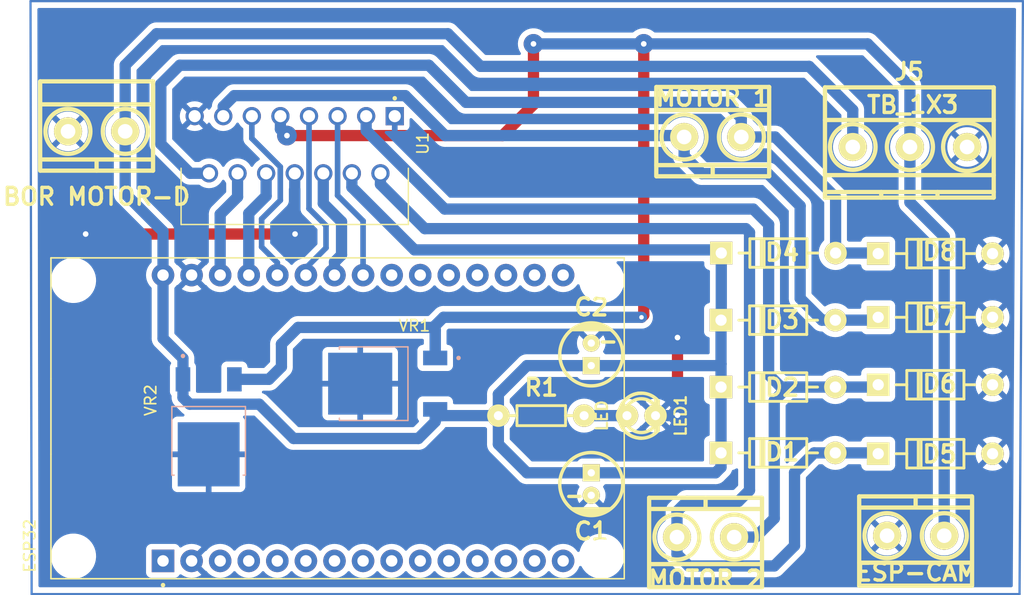
<source format=kicad_pcb>
(kicad_pcb (version 20211014) (generator pcbnew)
  (layers (0 "F.Cu" signal) (31 "B.Cu" signal) (34 "B.Paste" user) (35 "F.Paste" user) (36 "B.SilkS" user "B.Silkscreen") (37 "F.SilkS" user "F.Silkscreen") (38 "B.Mask" user) (39 "F.Mask" user) (44 "Edge.Cuts" user))
  (net 0 "")
  (net 1 "GND")
  (net 2 "VSS")
  (net 3 "Net-(D1-Pad1)")
  (net 4 "Net-(D2-Pad1)")
  (net 5 "Net-(D3-Pad1)")
  (net 6 "Net-(D4-Pad1)")
  (net 7 "/IN1")
  (net 8 "/EnA")
  (net 9 "/IN2")
  (net 10 "/EnB")
  (net 11 "/IN3")
  (net 12 "/IN4")
  (net 13 "+5V")
  (net 14 "Net-(LED1-Pad1)")
  (footprint "EESTN5:CAP_ELEC_5x11mm" (layer "F.Cu") (at 106.09 76.779 180)
    (fp_text reference "C1" (at 0 -4.2) (layer "F.SilkS") (effects (font (size 1.524 1.524) (thickness 0.3048))))
    (fp_text value "CAPAPOL" hide)
    (fp_line (start -0.8 -2.6) (end 0.8 -2.6) (layer "F.SilkS") (width 0.3048))
    (fp_line (start -1.7 -2.2) (end 1.7 -2.2) (layer "F.SilkS") (width 0.3048))
    (fp_line (start -1.3 -2.4) (end 1.3 -2.4) (layer "F.SilkS") (width 0.3048))
    (fp_line (start 1 -1.1) (end 2 -1.1) (layer "F.SilkS") (width 0.3))
    (fp_circle (center 0 0) (end 2.8 0) (layer "F.SilkS") (width 0.3048) (fill none))
    (pad "1" thru_hole rect locked (at 0 1 180) (size 1.524 1.524) (drill 0.65) (layers *.Cu *.Mask "F.SilkS") (net 2 "VSS"))
    (pad "2" thru_hole circle locked (at 0 -1 180) (size 1.524 1.524) (drill 0.65) (layers *.Cu *.Mask "F.SilkS") (net 1 "GND"))
  )
  (footprint "EESTN5:CAP_ELEC_5x11mm" (layer "F.Cu") (at 106.09 65.254)
    (fp_text reference "C2" (at 0 -4.2) (layer "F.SilkS") (effects (font (size 1.524 1.524) (thickness 0.3048))))
    (fp_text value "CAPAPOL" hide)
    (fp_line (start -1.7 -2.2) (end 1.7 -2.2) (layer "F.SilkS") (width 0.3048))
    (fp_line (start -0.8 -2.6) (end 0.8 -2.6) (layer "F.SilkS") (width 0.3048))
    (fp_line (start 1 -1.1) (end 2 -1.1) (layer "F.SilkS") (width 0.3))
    (fp_line (start -1.3 -2.4) (end 1.3 -2.4) (layer "F.SilkS") (width 0.3048))
    (fp_circle (center 0 0) (end 2.8 0) (layer "F.SilkS") (width 0.3048) (fill none))
    (pad "1" thru_hole rect locked (at 0 1) (size 1.524 1.524) (drill 0.65) (layers *.Cu *.Mask "F.SilkS") (net 2 "VSS"))
    (pad "2" thru_hole circle locked (at 0 -1) (size 1.524 1.524) (drill 0.65) (layers *.Cu *.Mask "F.SilkS") (net 1 "GND"))
  )
  (footprint "EESTN5:DO-41" (layer "F.Cu") (at 122.70287 74.00862 180)
    (fp_text reference "D1" (at -0.35588 0.06682) (layer "F.SilkS") (effects (font (size 1.524 1.524) (thickness 0.3048))))
    (fp_text value "DIODE" hide)
    (fp_line (start -2.54 -1.27) (end -2.54 1.27) (layer "F.SilkS") (width 0.254))
    (fp_line (start 1.524 1.27) (end 1.524 -1.27) (layer "F.SilkS") (width 0.254))
    (fp_line (start 2.54 -1.27) (end 2.54 1.27) (layer "F.SilkS") (width 0.254))
    (fp_line (start 1.27 -1.27) (end 1.27 1.27) (layer "F.SilkS") (width 0.254))
    (fp_line (start -2.54 0) (end -3.5 0) (layer "F.SilkS") (width 0.254))
    (fp_line (start 2.54 1.27) (end -2.54 1.27) (layer "F.SilkS") (width 0.254))
    (fp_line (start -2.54 -1.27) (end 2.54 -1.27) (layer "F.SilkS") (width 0.254))
    (fp_line (start 3.5 0) (end 2.54 0) (layer "F.SilkS") (width 0.254))
    (pad "1" thru_hole circle locked (at -5.08 0 180) (size 1.99898 1.99898) (drill 1.00076) (layers *.Cu *.Mask "F.SilkS") (net 3 "Net-(D1-Pad1)"))
    (pad "2" thru_hole rect locked (at 5.08 0 180) (size 1.99898 1.99898) (drill 1.00076) (layers *.Cu *.Mask "F.SilkS") (net 2 "VSS"))
  )
  (footprint "EESTN5:DO-41" (layer "F.Cu") (at 122.70287 68.159 180)
    (fp_text reference "D2" (at -0.35588 -0.0328) (layer "F.SilkS") (effects (font (size 1.524 1.524) (thickness 0.3048))))
    (fp_text value "DIODE" hide)
    (fp_line (start 2.54 1.27) (end -2.54 1.27) (layer "F.SilkS") (width 0.254))
    (fp_line (start -2.54 -1.27) (end 2.54 -1.27) (layer "F.SilkS") (width 0.254))
    (fp_line (start 3.5 0) (end 2.54 0) (layer "F.SilkS") (width 0.254))
    (fp_line (start -2.54 -1.27) (end -2.54 1.27) (layer "F.SilkS") (width 0.254))
    (fp_line (start 2.54 -1.27) (end 2.54 1.27) (layer "F.SilkS") (width 0.254))
    (fp_line (start -2.54 0) (end -3.5 0) (layer "F.SilkS") (width 0.254))
    (fp_line (start 1.27 -1.27) (end 1.27 1.27) (layer "F.SilkS") (width 0.254))
    (fp_line (start 1.524 1.27) (end 1.524 -1.27) (layer "F.SilkS") (width 0.254))
    (pad "1" thru_hole circle locked (at -5.08 0 180) (size 1.99898 1.99898) (drill 1.00076) (layers *.Cu *.Mask "F.SilkS") (net 4 "Net-(D2-Pad1)"))
    (pad "2" thru_hole rect locked (at 5.08 0 180) (size 1.99898 1.99898) (drill 1.00076) (layers *.Cu *.Mask "F.SilkS") (net 2 "VSS"))
  )
  (footprint "EESTN5:DO-41" (layer "F.Cu") (at 122.70287 62.21286 180)
    (fp_text reference "D3" (at -0.35588 0.02106) (layer "F.SilkS") (effects (font (size 1.524 1.524) (thickness 0.3048))))
    (fp_text value "DIODE" hide)
    (fp_line (start -2.54 -1.27) (end 2.54 -1.27) (layer "F.SilkS") (width 0.254))
    (fp_line (start 1.524 1.27) (end 1.524 -1.27) (layer "F.SilkS") (width 0.254))
    (fp_line (start 3.5 0) (end 2.54 0) (layer "F.SilkS") (width 0.254))
    (fp_line (start 1.27 -1.27) (end 1.27 1.27) (layer "F.SilkS") (width 0.254))
    (fp_line (start 2.54 -1.27) (end 2.54 1.27) (layer "F.SilkS") (width 0.254))
    (fp_line (start -2.54 -1.27) (end -2.54 1.27) (layer "F.SilkS") (width 0.254))
    (fp_line (start -2.54 0) (end -3.5 0) (layer "F.SilkS") (width 0.254))
    (fp_line (start 2.54 1.27) (end -2.54 1.27) (layer "F.SilkS") (width 0.254))
    (pad "1" thru_hole circle locked (at -5.08 0 180) (size 1.99898 1.99898) (drill 1.00076) (layers *.Cu *.Mask "F.SilkS") (net 5 "Net-(D3-Pad1)"))
    (pad "2" thru_hole rect locked (at 5.08 0 180) (size 1.99898 1.99898) (drill 1.00076) (layers *.Cu *.Mask "F.SilkS") (net 2 "VSS"))
  )
  (footprint "EESTN5:DO-41" (layer "F.Cu") (at 122.72573 56.2464 180)
    (fp_text reference "D4" (at -0.33302 0.0546) (layer "F.SilkS") (effects (font (size 1.524 1.524) (thickness 0.3048))))
    (fp_text value "DIODE" hide)
    (fp_line (start 2.54 1.27) (end -2.54 1.27) (layer "F.SilkS") (width 0.254))
    (fp_line (start -2.54 0) (end -3.5 0) (layer "F.SilkS") (width 0.254))
    (fp_line (start -2.54 -1.27) (end -2.54 1.27) (layer "F.SilkS") (width 0.254))
    (fp_line (start 1.27 -1.27) (end 1.27 1.27) (layer "F.SilkS") (width 0.254))
    (fp_line (start 3.5 0) (end 2.54 0) (layer "F.SilkS") (width 0.254))
    (fp_line (start 1.524 1.27) (end 1.524 -1.27) (layer "F.SilkS") (width 0.254))
    (fp_line (start -2.54 -1.27) (end 2.54 -1.27) (layer "F.SilkS") (width 0.254))
    (fp_line (start 2.54 -1.27) (end 2.54 1.27) (layer "F.SilkS") (width 0.254))
    (pad "1" thru_hole circle locked (at -5.08 0 180) (size 1.99898 1.99898) (drill 1.00076) (layers *.Cu *.Mask "F.SilkS") (net 6 "Net-(D4-Pad1)"))
    (pad "2" thru_hole rect locked (at 5.08 0 180) (size 1.99898 1.99898) (drill 1.00076) (layers *.Cu *.Mask "F.SilkS") (net 2 "VSS"))
  )
  (footprint "EESTN5:DO-41" (layer "F.Cu") (at 136.67287 74.08228 180)
    (fp_text reference "D5" (at -0.37096 -0.04348) (layer "F.SilkS") (effects (font (size 1.524 1.524) (thickness 0.3048))))
    (fp_text value "DIODE" hide)
    (fp_line (start -2.54 0) (end -3.5 0) (layer "F.SilkS") (width 0.254))
    (fp_line (start 2.54 -1.27) (end 2.54 1.27) (layer "F.SilkS") (width 0.254))
    (fp_line (start -2.54 -1.27) (end 2.54 -1.27) (layer "F.SilkS") (width 0.254))
    (fp_line (start 1.524 1.27) (end 1.524 -1.27) (layer "F.SilkS") (width 0.254))
    (fp_line (start 2.54 1.27) (end -2.54 1.27) (layer "F.SilkS") (width 0.254))
    (fp_line (start 1.27 -1.27) (end 1.27 1.27) (layer "F.SilkS") (width 0.254))
    (fp_line (start -2.54 -1.27) (end -2.54 1.27) (layer "F.SilkS") (width 0.254))
    (fp_line (start 3.5 0) (end 2.54 0) (layer "F.SilkS") (width 0.254))
    (pad "1" thru_hole circle locked (at -5.08 0 180) (size 1.99898 1.99898) (drill 1.00076) (layers *.Cu *.Mask "F.SilkS") (net 1 "GND"))
    (pad "2" thru_hole rect locked (at 5.08 0 180) (size 1.99898 1.99898) (drill 1.00076) (layers *.Cu *.Mask "F.SilkS") (net 3 "Net-(D1-Pad1)"))
  )
  (footprint "EESTN5:DO-41" (layer "F.Cu") (at 136.67287 67.95326 180)
    (fp_text reference "D6" (at -0.37096 0.0775) (layer "F.SilkS") (effects (font (size 1.524 1.524) (thickness 0.3048))))
    (fp_text value "DIODE" hide)
    (fp_line (start -2.54 0) (end -3.5 0) (layer "F.SilkS") (width 0.254))
    (fp_line (start 1.524 1.27) (end 1.524 -1.27) (layer "F.SilkS") (width 0.254))
    (fp_line (start 2.54 -1.27) (end 2.54 1.27) (layer "F.SilkS") (width 0.254))
    (fp_line (start 1.27 -1.27) (end 1.27 1.27) (layer "F.SilkS") (width 0.254))
    (fp_line (start 2.54 1.27) (end -2.54 1.27) (layer "F.SilkS") (width 0.254))
    (fp_line (start -2.54 -1.27) (end 2.54 -1.27) (layer "F.SilkS") (width 0.254))
    (fp_line (start -2.54 -1.27) (end -2.54 1.27) (layer "F.SilkS") (width 0.254))
    (fp_line (start 3.5 0) (end 2.54 0) (layer "F.SilkS") (width 0.254))
    (pad "1" thru_hole circle locked (at -5.08 0 180) (size 1.99898 1.99898) (drill 1.00076) (layers *.Cu *.Mask "F.SilkS") (net 1 "GND"))
    (pad "2" thru_hole rect locked (at 5.08 0 180) (size 1.99898 1.99898) (drill 1.00076) (layers *.Cu *.Mask "F.SilkS") (net 4 "Net-(D2-Pad1)"))
  )
  (footprint "EESTN5:DO-41" (layer "F.Cu") (at 136.67287 61.95886 180)
    (fp_text reference "D7" (at -0.37096 0.0831) (layer "F.SilkS") (effects (font (size 1.524 1.524) (thickness 0.3048))))
    (fp_text value "DIODE" hide)
    (fp_line (start 1.524 1.27) (end 1.524 -1.27) (layer "F.SilkS") (width 0.254))
    (fp_line (start -2.54 0) (end -3.5 0) (layer "F.SilkS") (width 0.254))
    (fp_line (start -2.54 -1.27) (end 2.54 -1.27) (layer "F.SilkS") (width 0.254))
    (fp_line (start 3.5 0) (end 2.54 0) (layer "F.SilkS") (width 0.254))
    (fp_line (start 1.27 -1.27) (end 1.27 1.27) (layer "F.SilkS") (width 0.254))
    (fp_line (start -2.54 -1.27) (end -2.54 1.27) (layer "F.SilkS") (width 0.254))
    (fp_line (start 2.54 1.27) (end -2.54 1.27) (layer "F.SilkS") (width 0.254))
    (fp_line (start 2.54 -1.27) (end 2.54 1.27) (layer "F.SilkS") (width 0.254))
    (pad "1" thru_hole circle locked (at -5.08 0 180) (size 1.99898 1.99898) (drill 1.00076) (layers *.Cu *.Mask "F.SilkS") (net 1 "GND"))
    (pad "2" thru_hole rect locked (at 5.08 0 180) (size 1.99898 1.99898) (drill 1.00076) (layers *.Cu *.Mask "F.SilkS") (net 5 "Net-(D3-Pad1)"))
  )
  (footprint "EESTN5:DO-41" (layer "F.Cu") (at 136.67287 56.2972 180)
    (fp_text reference "D8" (at -0.37096 0.17144) (layer "F.SilkS") (effects (font (size 1.524 1.524) (thickness 0.3048))))
    (fp_text value "DIODE" hide)
    (fp_line (start -2.54 -1.27) (end -2.54 1.27) (layer "F.SilkS") (width 0.254))
    (fp_line (start 2.54 -1.27) (end 2.54 1.27) (layer "F.SilkS") (width 0.254))
    (fp_line (start 1.27 -1.27) (end 1.27 1.27) (layer "F.SilkS") (width 0.254))
    (fp_line (start 2.54 1.27) (end -2.54 1.27) (layer "F.SilkS") (width 0.254))
    (fp_line (start 1.524 1.27) (end 1.524 -1.27) (layer "F.SilkS") (width 0.254))
    (fp_line (start -2.54 0) (end -3.5 0) (layer "F.SilkS") (width 0.254))
    (fp_line (start 3.5 0) (end 2.54 0) (layer "F.SilkS") (width 0.254))
    (fp_line (start -2.54 -1.27) (end 2.54 -1.27) (layer "F.SilkS") (width 0.254))
    (pad "1" thru_hole circle locked (at -5.08 0 180) (size 1.99898 1.99898) (drill 1.00076) (layers *.Cu *.Mask "F.SilkS") (net 1 "GND"))
    (pad "2" thru_hole rect locked (at 5.08 0 180) (size 1.99898 1.99898) (drill 1.00076) (layers *.Cu *.Mask "F.SilkS") (net 6 "Net-(D4-Pad1)"))
  )
  (footprint "ESP32V1:MODULE_ESP32_DEVKIT_V1" (layer "F.Cu") (at 83.54496 70.90982 90)
    (fp_text reference "ESP32" (at -11.355 -27.36 90) (layer "F.SilkS"))
    (fp_text value "ESP32-DEVKIT-V1")
    (fp_line (start -14.28 25.475) (end -14.28 -25.475) (layer "F.SilkS") (width 0.127))
    (fp_line (start -14.28 -25.475) (end -3.211 -25.475) (layer "F.SilkS") (width 0.127))
    (fp_line (start 3.5 -25.475) (end 14.23 -25.475) (layer "F.SilkS") (width 0.127))
    (fp_line (start 14.23 -25.475) (end 14.23 25.475) (layer "F.SilkS") (width 0.127))
    (fp_line (start -3.211 -25.475) (end 3.5 -25.475) (layer "F.SilkS") (width 0.127))
    (fp_line (start -14.28 25.475) (end -14.28 -25.475) (layer "F.SilkS") (width 0.127))
    (fp_line (start 8.78 25.475) (end 14.23 25.475) (layer "F.SilkS") (width 0.127))
    (fp_line (start -14.28 25.475) (end -8.91 25.475) (layer "F.SilkS") (width 0.127))
    (fp_line (start 14.23 -25.475) (end 14.23 25.475) (layer "F.SilkS") (width 0.127))
    (fp_line (start 14.23 25.475) (end -14.28 25.475) (layer "F.SilkS") (width 0.127))
    (fp_line (start -14.28 -25.475) (end 14.23 -25.475) (layer "F.SilkS") (width 0.127))
    (fp_line (start -8.91 25.475) (end 8.78 25.475) (layer "F.SilkS") (width 0.127))
    (fp_circle (center -14.85 -15.515) (end -14.75 -15.515) (layer "F.SilkS") (width 0.2) (fill none))
    (pad "" np_thru_hole circle locked (at 12.23 -23.475 90) (size 3 3) (drill 3) (layers *.Cu *.Mask))
    (pad "" np_thru_hole circle locked (at -12.28 23.475 90) (size 3 3) (drill 3) (layers *.Cu *.Mask))
    (pad "" np_thru_hole circle locked (at 12.23 23.475 90) (size 3 3) (drill 3) (layers *.Cu *.Mask))
    (pad "" np_thru_hole circle locked (at -12.28 -23.475 90) (size 3 3) (drill 3) (layers *.Cu *.Mask))
    (pad "1" thru_hole rect locked (at -12.7 -15.515 90) (size 2 2) (drill 1.02) (layers *.Cu *.Mask))
    (pad "2" thru_hole circle locked (at -12.7 -12.975 90) (size 2 2) (drill 1.02) (layers *.Cu *.Mask) (net 1 "GND"))
    (pad "3" thru_hole circle locked (at -12.7 -10.435 90) (size 2 2) (drill 1.02) (layers *.Cu *.Mask))
    (pad "4" thru_hole circle locked (at -12.7 -7.895 90) (size 2 2) (drill 1.02) (layers *.Cu *.Mask))
    (pad "5" thru_hole circle locked (at -12.7 -5.355 90) (size 2 2) (drill 1.02) (layers *.Cu *.Mask))
    (pad "6" thru_hole circle locked (at -12.7 -2.815 90) (size 2 2) (drill 1.02) (layers *.Cu *.Mask))
    (pad "7" thru_hole circle locked (at -12.7 -0.275 90) (size 2 2) (drill 1.02) (layers *.Cu *.Mask))
    (pad "8" thru_hole circle locked (at -12.7 2.265 90) (size 2 2) (drill 1.02) (layers *.Cu *.Mask))
    (pad "9" thru_hole circle locked (at -12.7 4.805 90) (size 2 2) (drill 1.02) (layers *.Cu *.Mask))
    (pad "10" thru_hole circle locked (at -12.7 7.345 90) (size 2 2) (drill 1.02) (layers *.Cu *.Mask))
    (pad "11" thru_hole circle locked (at -12.7 9.885 90) (size 2 2) (drill 1.02) (layers *.Cu *.Mask))
    (pad "12" thru_hole circle locked (at -12.7 12.425 90) (size 2 2) (drill 1.02) (layers *.Cu *.Mask))
    (pad "13" thru_hole circle locked (at -12.7 14.965 90) (size 2 2) (drill 1.02) (layers *.Cu *.Mask))
    (pad "14" thru_hole circle locked (at -12.7 17.505 90) (size 2 2) (drill 1.02) (layers *.Cu *.Mask))
    (pad "15" thru_hole circle locked (at -12.7 20.045 90) (size 2 2) (drill 1.02) (layers *.Cu *.Mask))
    (pad "16" thru_hole circle locked (at 12.7 20.045 90) (size 2 2) (drill 1.02) (layers *.Cu *.Mask))
    (pad "17" thru_hole circle locked (at 12.7 17.505 90) (size 2 2) (drill 1.02) (layers *.Cu *.Mask))
    (pad "18" thru_hole circle locked (at 12.7 14.965 90) (size 2 2) (drill 1.02) (layers *.Cu *.Mask))
    (pad "19" thru_hole circle locked (at 12.7 12.425 90) (size 2 2) (drill 1.02) (layers *.Cu *.Mask))
    (pad "20" thru_hole circle locked (at 12.7 9.885 90) (size 2 2) (drill 1.02) (layers *.Cu *.Mask))
    (pad "21" thru_hole circle locked (at 12.7 7.345 90) (size 2 2) (drill 1.02) (layers *.Cu *.Mask))
    (pad "22" thru_hole circle locked (at 12.7 4.805 90) (size 2 2) (drill 1.02) (layers *.Cu *.Mask))
    (pad "23" thru_hole circle locked (at 12.7 2.265 90) (size 2 2) (drill 1.02) (layers *.Cu *.Mask) (net 7 "/IN1"))
    (pad "24" thru_hole circle locked (at 12.7 -0.275 90) (size 2 2) (drill 1.02) (layers *.Cu *.Mask) (net 8 "/EnA"))
    (pad "25" thru_hole circle locked (at 12.7 -2.815 90) (size 2 2) (drill 1.02) (layers *.Cu *.Mask) (net 9 "/IN2"))
    (pad "26" thru_hole circle locked (at 12.7 -5.355 90) (size 2 2) (drill 1.02) (layers *.Cu *.Mask) (net 10 "/EnB"))
    (pad "27" thru_hole circle locked (at 12.7 -7.895 90) (size 2 2) (drill 1.02) (layers *.Cu *.Mask) (net 11 "/IN3"))
    (pad "28" thru_hole circle locked (at 12.7 -10.435 90) (size 2 2) (drill 1.02) (layers *.Cu *.Mask) (net 12 "/IN4"))
    (pad "29" thru_hole circle locked (at 12.7 -12.975 90) (size 2 2) (drill 1.02) (layers *.Cu *.Mask) (net 1 "GND"))
    (pad "30" thru_hole circle locked (at 12.7 -15.515 90) (size 2 2) (drill 1.02) (layers *.Cu *.Mask) (net 2 "VSS"))
  )
  (footprint "EESTN5:BORNERA2_AZUL" (layer "F.Cu") (at 116.885 45.934)
    (fp_text reference "J1" hide)
    (fp_text value "MOTOR 1" (at 0 -3.5) (layer "F.SilkS") (effects (font (size 1.5 1.5) (thickness 0.3))))
    (fp_line (start -5 -2.4) (end 5 -2.4) (layer "F.SilkS") (width 0.381))
    (fp_line (start 5.0165 -4.445) (end -4.9835 -4.445) (layer "F.SilkS") (width 0.381))
    (fp_line (start -5.0165 -4.445) (end -5.0165 3.4925) (layer "F.SilkS") (width 0.381))
    (fp_line (start -4.9835 3.4925) (end 5.0165 3.4925) (layer "F.SilkS") (width 0.381))
    (fp_line (start 0 2.54) (end 0 3.4845) (layer "F.SilkS") (width 0.381))
    (fp_line (start -5 2.5) (end 5 2.5) (layer "F.SilkS") (width 0.381))
    (fp_line (start 5.0165 3.4925) (end 5.0165 -4.445) (layer "F.SilkS") (width 0.381))
    (fp_circle (center 2.55 0) (end 0.55 0) (layer "F.SilkS") (width 0.381) (fill none))
    (fp_circle (center -2.55 0) (end -0.55 0) (layer "F.SilkS") (width 0.381) (fill none))
    (pad "1" thru_hole circle locked (at -2.54 0) (size 2.5 2.5) (drill 1.3) (layers *.Cu *.Mask "F.SilkS") (net 5 "Net-(D3-Pad1)"))
    (pad "2" thru_hole circle locked (at 2.54 0) (size 2.5 2.5) (drill 1.3) (layers *.Cu *.Mask "F.SilkS") (net 6 "Net-(D4-Pad1)"))
  )
  (footprint "EESTN5:BORNERA2_AZUL" (layer "F.Cu") (at 116.25 81.494 180)
    (fp_text reference "J2" hide)
    (fp_text value "MOTOR 2" (at 0 -3.746) (layer "F.SilkS") (effects (font (size 1.5 1.5) (thickness 0.3))))
    (fp_line (start -5.0165 -4.445) (end -5.0165 3.4925) (layer "F.SilkS") (width 0.381))
    (fp_line (start -4.9835 3.4925) (end 5.0165 3.4925) (layer "F.SilkS") (width 0.381))
    (fp_line (start -5 2.5) (end 5 2.5) (layer "F.SilkS") (width 0.381))
    (fp_line (start 5.0165 3.4925) (end 5.0165 -4.445) (layer "F.SilkS") (width 0.381))
    (fp_line (start 0 2.54) (end 0 3.4845) (layer "F.SilkS") (width 0.381))
    (fp_line (start 5.0165 -4.445) (end -4.9835 -4.445) (layer "F.SilkS") (width 0.381))
    (fp_line (start -5 -2.4) (end 5 -2.4) (layer "F.SilkS") (width 0.381))
    (fp_circle (center -2.55 0) (end -0.55 0) (layer "F.SilkS") (width 0.381) (fill none))
    (fp_circle (center 2.55 0) (end 0.55 0) (layer "F.SilkS") (width 0.381) (fill none))
    (pad "1" thru_hole circle locked (at -2.54 0 180) (size 2.5 2.5) (drill 1.3) (layers *.Cu *.Mask "F.SilkS") (net 4 "Net-(D2-Pad1)"))
    (pad "2" thru_hole circle locked (at 2.54 0 180) (size 2.5 2.5) (drill 1.3) (layers *.Cu *.Mask "F.SilkS") (net 3 "Net-(D1-Pad1)"))
  )
  (footprint "EESTN5:BORNERA2_AZUL" (layer "F.Cu") (at 134.919 81.367 180)
    (fp_text reference "J3" hide)
    (fp_text value "ESP-CAM" (at -0.06488 -3.26886) (layer "F.SilkS") (effects (font (size 1.5 1.5) (thickness 0.3))))
    (fp_line (start -5 -2.4) (end 5 -2.4) (layer "F.SilkS") (width 0.381))
    (fp_line (start 5.0165 3.4925) (end 5.0165 -4.445) (layer "F.SilkS") (width 0.381))
    (fp_line (start -4.9835 3.4925) (end 5.0165 3.4925) (layer "F.SilkS") (width 0.381))
    (fp_line (start -5.0165 -4.445) (end -5.0165 3.4925) (layer "F.SilkS") (width 0.381))
    (fp_line (start 0 2.54) (end 0 3.4845) (layer "F.SilkS") (width 0.381))
    (fp_line (start 5.0165 -4.445) (end -4.9835 -4.445) (layer "F.SilkS") (width 0.381))
    (fp_line (start -5 2.5) (end 5 2.5) (layer "F.SilkS") (width 0.381))
    (fp_circle (center 2.55 0) (end 0.55 0) (layer "F.SilkS") (width 0.381) (fill none))
    (fp_circle (center -2.55 0) (end -0.55 0) (layer "F.SilkS") (width 0.381) (fill none))
    (pad "1" thru_hole circle locked (at -2.54 0 180) (size 2.5 2.5) (drill 1.3) (layers *.Cu *.Mask "F.SilkS") (net 13 "+5V"))
    (pad "2" thru_hole circle locked (at 2.54 0 180) (size 2.5 2.5) (drill 1.3) (layers *.Cu *.Mask "F.SilkS") (net 1 "GND"))
  )
  (footprint "EESTN5:BORNERA2_AZUL" (layer "F.Cu") (at 62.12768 45.43362)
    (fp_text reference "J4" hide)
    (fp_text value "BOR MOTOR-D" (at 0 5.8) (layer "F.SilkS") (effects (font (size 1.5 1.5) (thickness 0.3))))
    (fp_line (start -5.0165 -4.445) (end -5.0165 3.4925) (layer "F.SilkS") (width 0.381))
    (fp_line (start -5 -2.4) (end 5 -2.4) (layer "F.SilkS") (width 0.381))
    (fp_line (start 5.0165 3.4925) (end 5.0165 -4.445) (layer "F.SilkS") (width 0.381))
    (fp_line (start 5.0165 -4.445) (end -4.9835 -4.445) (layer "F.SilkS") (width 0.381))
    (fp_line (start 0 2.54) (end 0 3.4845) (layer "F.SilkS") (width 0.381))
    (fp_line (start -4.9835 3.4925) (end 5.0165 3.4925) (layer "F.SilkS") (width 0.381))
    (fp_line (start -5 2.5) (end 5 2.5) (layer "F.SilkS") (width 0.381))
    (fp_circle (center -2.55 0) (end -0.55 0) (layer "F.SilkS") (width 0.381) (fill none))
    (fp_circle (center 2.55 0) (end 0.55 0) (layer "F.SilkS") (width 0.381) (fill none))
    (pad "1" thru_hole circle locked (at -2.54 0) (size 2.5 2.5) (drill 1.3) (layers *.Cu *.Mask "F.SilkS") (net 1 "GND"))
    (pad "2" thru_hole circle locked (at 2.54 0) (size 2.5 2.5) (drill 1.3) (layers *.Cu *.Mask "F.SilkS") (net 2 "VSS"))
  )
  (footprint "EESTN5:BORNERA3" (layer "F.Cu") (at 134.411 46.823)
    (fp_text reference "J5" (at -0.05 -6.7) (layer "F.SilkS") (effects (font (size 1.5 1.5) (thickness 0.3))))
    (fp_text value "TB_1X3" (at 0.25 -3.75) (layer "F.SilkS") (effects (font (size 1.5 1.5) (thickness 0.3))))
    (fp_line (start 7.45 4.5) (end 7.45 -5.3) (layer "F.SilkS") (width 0.381))
    (fp_line (start -7.55 4.5) (end 7.45 4.5) (layer "F.SilkS") (width 0.381))
    (fp_line (start -7.55 2.5) (end 7.45 2.5) (layer "F.SilkS") (width 0.381))
    (fp_line (start 2.45 4) (end 2.45 4.5) (layer "F.SilkS") (width 0.381))
    (fp_line (start -2.55 4) (end -2.55 4.5) (layer "F.SilkS") (width 0.381))
    (fp_line (start -7.55 4) (end 7.45 4) (layer "F.SilkS") (width 0.381))
    (fp_line (start 7.45 -5.3) (end -7.55 -5.3) (layer "F.SilkS") (width 0.381))
    (fp_line (start -7.55 -2.4) (end 7.45 -2.4) (layer "F.SilkS") (width 0.381))
    (fp_line (start -7.55 -5.3) (end -7.55 4.5) (layer "F.SilkS") (width 0.381))
    (fp_circle (center 5.08 0) (end 2.95 0) (layer "F.SilkS") (width 0.381) (fill none))
    (fp_circle (center 0 0) (end -2.05 0) (layer "F.SilkS") (width 0.381) (fill none))
    (fp_circle (center -5.08 0) (end -3.05 0) (layer "F.SilkS") (width 0.381) (fill none))
    (pad "1" thru_hole circle locked (at -5.08 0) (size 2.5 2.5) (drill 1.3) (layers *.Cu *.Mask "F.SilkS") (net 2 "VSS"))
    (pad "2" thru_hole circle locked (at 0 0) (size 2.5 2.5) (drill 1.3) (layers *.Cu *.Mask "F.SilkS") (net 13 "+5V"))
    (pad "3" thru_hole circle locked (at 5.08 0) (size 2.5 2.5) (drill 1.3) (layers *.Cu *.Mask "F.SilkS") (net 1 "GND"))
  )
  (footprint "EESTN5:led_3mm_green" (layer "F.Cu") (at 110.535 70.699 90)
    (fp_text reference "LED1" (at 0 3.5 90) (layer "F.SilkS") (effects (font (thickness 0.2))))
    (fp_text value "LED" (at 0 -3.5 90) (layer "F.SilkS") (effects (font (thickness 0.2))))
    (fp_line (start -1.50114 1.30048) (end 1.50114 1.30048) (layer "F.SilkS") (width 0.29972))
    (fp_line (start -1.30048 1.50114) (end 1.30048 1.50114) (layer "F.SilkS") (width 0.29972))
    (fp_arc (start -1.99898 0) (mid -1.413492 -1.413492) (end 0 -1.99898) (layer "F.SilkS") (width 0.29972))
    (fp_arc (start 0 -1.99898) (mid 1.413492 -1.413492) (end 1.99898 0) (layer "F.SilkS") (width 0.29972))
    (fp_arc (start -1.33096 1.50114) (mid -2.002597 0.120335) (end -1.50114 -1.33096) (layer "F.SilkS") (width 0.29972))
    (fp_arc (start 1.50876 -1.31064) (mid 1.993617 0.140092) (end 1.31064 1.50876) (layer "F.SilkS") (width 0.29972))
    (fp_circle (center 0 0) (end -1.50114 0) (layer "F.SilkS") (width 0.29972) (fill none))
    (pad "1" thru_hole circle locked (at 0 -1.27 90) (size 1.99898 1.99898) (drill 0.8001) (layers *.Cu *.Mask "F.SilkS") (net 14 "Net-(LED1-Pad1)"))
    (pad "2" thru_hole circle locked (at 0 1.27 90) (size 1.99898 1.99898) (drill 0.8001) (layers *.Cu *.Mask "F.SilkS") (net 1 "GND"))
  )
  (footprint "L298N:TO127P2020X500X2100-15" (layer "F.Cu") (at 88.625 44.0815 -90)
    (fp_text reference "U1" (at 2.425 -2.495 90) (layer "F.SilkS"))
    (fp_text value "L298N")
    (fp_line (start 9.63 -1.21) (end 4.63 -1.21) (layer "F.SilkS") (width 0.127))
    (fp_line (start 9.63 18.99) (end 9.63 -1.21) (layer "F.SilkS") (width 0.127))
    (fp_line (start 4.63 18.99) (end 9.63 18.99) (layer "F.SilkS") (width 0.127))
    (fp_circle (center -1.59 0) (end -1.49 0) (layer "F.SilkS") (width 0.2) (fill none))
    (pad "1" thru_hole rect locked (at 0 0 270) (size 1.62 1.62) (drill 1.08) (layers *.Cu *.Mask) (net 1 "GND"))
    (pad "2" thru_hole circle locked (at 5.08 1.27 270) (size 1.62 1.62) (drill 1.08) (layers *.Cu *.Mask) (net 3 "Net-(D1-Pad1)"))
    (pad "3" thru_hole circle locked (at 0 2.54 270) (size 1.62 1.62) (drill 1.08) (layers *.Cu *.Mask) (net 4 "Net-(D2-Pad1)"))
    (pad "4" thru_hole circle locked (at 5.08 3.81 270) (size 1.62 1.62) (drill 1.08) (layers *.Cu *.Mask) (net 2 "VSS"))
    (pad "5" thru_hole circle locked (at 0 5.08 270) (size 1.62 1.62) (drill 1.08) (layers *.Cu *.Mask) (net 7 "/IN1"))
    (pad "6" thru_hole circle locked (at 5.08 6.35 270) (size 1.62 1.62) (drill 1.08) (layers *.Cu *.Mask) (net 8 "/EnA"))
    (pad "7" thru_hole circle locked (at 0 7.62 270) (size 1.62 1.62) (drill 1.08) (layers *.Cu *.Mask) (net 9 "/IN2"))
    (pad "8" thru_hole circle locked (at 5.08 8.89 270) (size 1.62 1.62) (drill 1.08) (layers *.Cu *.Mask) (net 1 "GND"))
    (pad "9" thru_hole circle locked (at 0 10.16 270) (size 1.62 1.62) (drill 1.08) (layers *.Cu *.Mask) (net 13 "+5V"))
    (pad "10" thru_hole circle locked (at 5.08 11.43 270) (size 1.62 1.62) (drill 1.08) (layers *.Cu *.Mask) (net 11 "/IN3"))
    (pad "11" thru_hole circle locked (at 0 12.7 270) (size 1.62 1.62) (drill 1.08) (layers *.Cu *.Mask) (net 10 "/EnB"))
    (pad "12" thru_hole circle locked (at 5.08 13.97 270) (size 1.62 1.62) (drill 1.08) (layers *.Cu *.Mask) (net 12 "/IN4"))
    (pad "13" thru_hole circle locked (at 0 15.24 270) (size 1.62 1.62) (drill 1.08) (layers *.Cu *.Mask) (net 5 "Net-(D3-Pad1)"))
    (pad "14" thru_hole circle locked (at 5.08 16.51 270) (size 1.62 1.62) (drill 1.08) (layers *.Cu *.Mask) (net 6 "Net-(D4-Pad1)"))
    (pad "15" thru_hole circle locked (at 0 17.78 270) (size 1.62 1.62) (drill 1.08) (layers *.Cu *.Mask) (net 1 "GND"))
  )
  (footprint "EESTN5:RES0.3" (layer "F.Cu") (at 101.645 70.699)
    (fp_text reference "R1" (at 0 -2.5) (layer "F.SilkS") (effects (font (size 1.5 1.5) (thickness 0.3))))
    (fp_text value "R" hide)
    (fp_line (start -2.159 0.889) (end 2.159 0.889) (layer "F.SilkS") (width 0.254))
    (fp_line (start 2.159 0.889) (end 2.159 -0.889) (layer "F.SilkS") (width 0.254))
    (fp_line (start 2.159 0) (end 3.81 0) (layer "F.SilkS") (width 0.254))
    (fp_line (start -2.159 -0.889) (end -2.159 0.889) (layer "F.SilkS") (width 0.254))
    (fp_line (start 2.159 -0.889) (end -2.159 -0.889) (layer "F.SilkS") (width 0.254))
    (fp_line (start -2.159 0) (end -3.81 0) (layer "F.SilkS") (width 0.254))
    (pad "1" thru_hole circle locked (at -3.81 0) (size 1.99898 1.99898) (drill 0.8001) (layers *.Cu *.Mask "F.SilkS") (net 2 "VSS"))
    (pad "2" thru_hole circle locked (at 3.81 0) (size 1.99898 1.99898) (drill 0.8001) (layers *.Cu *.Mask "F.SilkS") (net 14 "Net-(LED1-Pad1)"))
  )
  (footprint "LM78M05(1):VREG_LM78M05" (layer "B.Cu") (at 87.84 67.859 180)
    (fp_text reference "VR1" (at -2.53 5.155) (layer "F.SilkS"))
    (fp_text value "LM78M05")
    (fp_line (start 4.135 3.27) (end -1.96 3.27) (layer "B.SilkS") (width 0.127))
    (fp_line (start 4.135 -3.27) (end 4.135 -3.07) (layer "B.SilkS") (width 0.127))
    (fp_line (start 4.135 3.07) (end 4.135 3.27) (layer "B.SilkS") (width 0.127))
    (fp_line (start -1.96 -3.27) (end 4.135 -3.27) (layer "B.SilkS") (width 0.127))
    (fp_line (start -1.96 3.27) (end -1.96 -3.27) (layer "B.SilkS") (width 0.127))
    (fp_circle (center -6.455 2.285) (end -6.355 2.285) (layer "B.SilkS") (width 0.2) (fill none))
    (pad "1" smd rect locked (at -4.38 2.285 180) (size 2.15 1.3) (layers "B.Cu" "B.Paste" "B.Mask") (net 13 "+5V"))
    (pad "3" smd rect locked (at -4.38 -2.285 180) (size 2.15 1.3) (layers "B.Cu" "B.Paste" "B.Mask") (net 2 "VSS"))
    (pad "4" smd rect locked (at 2.285 0 180) (size 5.7 5.5) (layers "B.Cu" "B.Mask") (net 1 "GND"))
  )
  (footprint "LM78M05(1):VREG_LM78M05" (layer "B.Cu") (at 72.08702 71.85216 -90)
    (fp_text reference "VR2" (at -2.53 5.155 -90) (layer "F.SilkS"))
    (fp_text value "LM78M05")
    (fp_line (start 4.135 3.27) (end -1.96 3.27) (layer "B.SilkS") (width 0.127))
    (fp_line (start -1.96 -3.27) (end 4.135 -3.27) (layer "B.SilkS") (width 0.127))
    (fp_line (start 4.135 -3.27) (end 4.135 -3.07) (layer "B.SilkS") (width 0.127))
    (fp_line (start 4.135 3.07) (end 4.135 3.27) (layer "B.SilkS") (width 0.127))
    (fp_line (start -1.96 3.27) (end -1.96 -3.27) (layer "B.SilkS") (width 0.127))
    (fp_circle (center -6.455 2.285) (end -6.355 2.285) (layer "B.SilkS") (width 0.2) (fill none))
    (pad "1" smd rect locked (at -4.38 2.285 270) (size 2.15 1.3) (layers "B.Cu" "B.Paste" "B.Mask") (net 2 "VSS"))
    (pad "3" smd rect locked (at -4.38 -2.285 270) (size 2.15 1.3) (layers "B.Cu" "B.Paste" "B.Mask") (net 13 "+5V"))
    (pad "4" smd rect locked (at 2.285 0 270) (size 5.7 5.5) (layers "B.Cu" "B.Mask") (net 1 "GND"))
  )
  (gr_line (start 56.355 86.559) (end 144.155 86.559) (layer "B.Cu") (width 0.2))
  (gr_line (start 144.155 86.559) (end 144.455 33.859) (layer "B.Cu") (width 0.2))
  (gr_line (start 144.455 33.859) (end 56.255 33.859) (layer "B.Cu") (width 0.2))
  (gr_line (start 56.255 33.859) (end 56.355 86.559) (layer "B.Cu") (width 0.2))
  (segment (start 61.155 54.559) (end 79.765 54.559) (width 1) (layer "F.Cu") (net 1))
  (segment (start 113.755 70.659) (end 113.755 63.759) (width 1) (layer "F.Cu") (net 1))
  (via (at 113.755 70.659) (size 1.75) (drill 0.5) (layers "F.Cu" "B.Cu") (net 1))
  (via (at 113.755 63.759) (size 1.75) (drill 0.5) (layers "F.Cu" "B.Cu") (net 1))
  (via (at 61.155 54.559) (size 1.75) (drill 0.5) (layers "F.Cu" "B.Cu") (net 1))
  (via (at 79.765 54.559) (size 1.75) (drill 0.5) (layers "F.Cu" "B.Cu") (net 1))
  (segment (start 111.805 70.699) (end 113.715 70.699) (width 1) (layer "B.Cu") (net 1))
  (segment (start 113.715 70.699) (end 113.755 70.659) (width 1) (layer "B.Cu") (net 1))
  (segment (start 79.735 54.529) (end 79.735 49.1615) (width 1) (layer "B.Cu") (net 1))
  (segment (start 79.765 54.559) (end 79.735 54.529) (width 1) (layer "B.Cu") (net 1))
  (segment (start 64.66768 39.54632) (end 64.66768 45.43362) (width 1) (layer "B.Cu") (net 2))
  (segment (start 117.47174 66.254) (end 117.62287 66.10287) (width 1) (layer "B.Cu") (net 2))
  (segment (start 97.835 70.699) (end 92.775 70.699) (width 1) (layer "B.Cu") (net 2))
  (segment (start 117.64573 62.19) (end 117.62287 62.21286) (width 1) (layer "B.Cu") (net 2))
  (segment (start 117.139 75.779) (end 117.62287 75.29513) (width 1) (layer "B.Cu") (net 2))
  (segment (start 117.62287 62.21286) (end 117.62287 66.10287) (width 1) (layer "B.Cu") (net 2))
  (segment (start 117.62287 68.159) (end 117.62287 74.00862) (width 1) (layer "B.Cu") (net 2))
  (segment (start 84.815 50.399) (end 84.815 49.1615) (width 1) (layer "B.Cu") (net 2))
  (segment (start 100.375 75.779) (end 97.835 73.239) (width 1) (layer "B.Cu") (net 2))
  (segment (start 117.62287 75.29513) (end 117.62287 74.00862) (width 1) (layer "B.Cu") (net 2))
  (segment (start 117.36633 55.967) (end 90.383 55.967) (width 1) (layer "B.Cu") (net 2))
  (segment (start 97.835 73.239) (end 97.835 70.699) (width 1) (layer "B.Cu") (net 2))
  (segment (start 69.80202 65.60602) (end 68.02996 63.83396) (width 1) (layer "B.Cu") (net 2))
  (segment (start 96.255 39.659) (end 93.355 36.759) (width 1) (layer "B.Cu") (net 2))
  (segment (start 100.375 66.254) (end 97.835 68.794) (width 1) (layer "B.Cu") (net 2))
  (segment (start 76.581441 69.683) (end 70.403 69.683) (width 1) (layer "B.Cu") (net 2))
  (segment (start 68.02996 54.33396) (end 68.02996 58.20982) (width 1) (layer "B.Cu") (net 2))
  (segment (start 64.66768 45.43362) (end 64.66768 50.97168) (width 1) (layer "B.Cu") (net 2))
  (segment (start 93.355 36.759) (end 67.455 36.759) (width 1) (layer "B.Cu") (net 2))
  (segment (start 92.22 71.234) (end 90.723 72.731) (width 1) (layer "B.Cu") (net 2))
  (segment (start 68.02996 63.83396) (end 68.02996 58.20982) (width 1) (layer "B.Cu") (net 2))
  (segment (start 117.64573 56.2464) (end 117.36633 55.967) (width 1) (layer "B.Cu") (net 2))
  (segment (start 70.403 69.683) (end 69.80202 69.08202) (width 1) (layer "B.Cu") (net 2))
  (segment (start 79.629441 72.731) (end 76.581441 69.683) (width 1) (layer "B.Cu") (net 2))
  (segment (start 106.09 66.254) (end 117.47174 66.254) (width 1) (layer "B.Cu") (net 2))
  (segment (start 64.66768 50.97168) (end 68.02996 54.33396) (width 1) (layer "B.Cu") (net 2))
  (segment (start 129.331 46.823) (end 129.331 43.535) (width 1) (layer "B.Cu") (net 2))
  (segment (start 67.455 36.759) (end 64.66768 39.54632) (width 1) (layer "B.Cu") (net 2))
  (segment (start 117.62287 66.10287) (end 117.62287 68.159) (width 1) (layer "B.Cu") (net 2))
  (segment (start 90.383 55.967) (end 84.815 50.399) (width 1) (layer "B.Cu") (net 2))
  (segment (start 92.775 70.699) (end 92.22 70.144) (width 1) (layer "B.Cu") (net 2))
  (segment (start 97.835 68.794) (end 97.835 70.699) (width 1) (layer "B.Cu") (net 2))
  (segment (start 92.22 70.144) (end 92.22 71.234) (width 1) (layer "B.Cu") (net 2))
  (segment (start 125.455 39.659) (end 96.255 39.659) (width 1) (layer "B.Cu") (net 2))
  (segment (start 106.09 75.779) (end 117.139 75.779) (width 1) (layer "B.Cu") (net 2))
  (segment (start 106.09 66.254) (end 100.375 66.254) (width 1) (layer "B.Cu") (net 2))
  (segment (start 69.80202 69.08202) (end 69.80202 67.47216) (width 1) (layer "B.Cu") (net 2))
  (segment (start 129.331 43.535) (end 125.455 39.659) (width 1) (layer "B.Cu") (net 2))
  (segment (start 69.80202 67.47216) (end 69.80202 65.60602) (width 1) (layer "B.Cu") (net 2))
  (segment (start 106.09 75.779) (end 100.375 75.779) (width 1) (layer "B.Cu") (net 2))
  (segment (start 90.723 72.731) (end 79.629441 72.731) (width 1) (layer "B.Cu") (net 2))
  (segment (start 117.64573 56.2464) (end 117.64573 62.19) (width 1) (layer "B.Cu") (net 2))
  (segment (start 113.71 83.018) (end 114.751 84.059) (width 1) (layer "B.Cu") (net 3))
  (segment (start 113.71 79.208) (end 114.599 78.319) (width 1) (layer "B.Cu") (net 3))
  (segment (start 127.78287 74.00862) (end 131.51921 74.00862) (width 1) (layer "B.Cu") (net 3))
  (segment (start 124.155 75.759) (end 125.90538 74.00862) (width 1) (layer "B.Cu") (net 3))
  (segment (start 125.90538 74.00862) (end 127.78287 74.00862) (width 1) (layer "B.Cu") (net 3))
  (segment (start 87.355 50.139) (end 87.355 49.1615) (width 1) (layer "B.Cu") (net 3))
  (segment (start 122.355 84.059) (end 124.155 82.259) (width 1) (layer "B.Cu") (net 3))
  (segment (start 119.823 54.079) (end 91.295 54.079) (width 1) (layer "B.Cu") (net 3))
  (segment (start 91.295 54.079) (end 87.355 50.139) (width 1) (layer "B.Cu") (net 3))
  (segment (start 114.599 78.319) (end 119.171 78.319) (width 1) (layer "B.Cu") (net 3))
  (segment (start 131.51921 74.00862) (end 131.59287 74.08228) (width 1) (layer "B.Cu") (net 3))
  (segment (start 114.751 84.059) (end 122.355 84.059) (width 1) (layer "B.Cu") (net 3))
  (segment (start 113.71 81.494) (end 113.71 83.018) (width 1) (layer "B.Cu") (net 3))
  (segment (start 113.71 81.494) (end 113.71 79.208) (width 1) (layer "B.Cu") (net 3))
  (segment (start 124.155 82.259) (end 124.155 75.759) (width 1) (layer "B.Cu") (net 3))
  (segment (start 119.171 78.319) (end 120.155 77.335) (width 1) (layer "B.Cu") (net 3))
  (segment (start 120.155 77.335) (end 120.155 54.411) (width 1) (layer "B.Cu") (net 3))
  (segment (start 120.155 54.411) (end 119.823 54.079) (width 1) (layer "B.Cu") (net 3))
  (segment (start 127.92257 74.14832) (end 127.78287 74.00862) (width 1) (layer "B.Cu") (net 3))
  (segment (start 131.38713 68.159) (end 131.59287 67.95326) (width 1) (layer "B.Cu") (net 4))
  (segment (start 121.855 67.059) (end 121.855 53.709) (width 1) (layer "B.Cu") (net 4))
  (segment (start 125.14 68.159) (end 122.955 68.159) (width 1) (layer "B.Cu") (net 4))
  (segment (start 86.085 45.359) (end 86.085 44.0815) (width 1) (layer "B.Cu") (net 4))
  (segment (start 93.065 52.339) (end 86.085 45.359) (width 1) (layer "B.Cu") (net 4))
  (segment (start 118.79 81.494) (end 120.695 81.494) (width 1) (layer "B.Cu") (net 4))
  (segment (start 122.355 69.359) (end 123.555 68.159) (width 1) (layer "B.Cu") (net 4))
  (segment (start 125.14 68.159) (end 127.78287 68.159) (width 1) (layer "B.Cu") (net 4))
  (segment (start 122.355 79.834) (end 122.355 69.359) (width 1) (layer "B.Cu") (net 4))
  (segment (start 127.78287 68.159) (end 131.38713 68.159) (width 1) (layer "B.Cu") (net 4))
  (segment (start 120.695 81.494) (end 122.355 79.834) (width 1) (layer "B.Cu") (net 4))
  (segment (start 121.855 53.709) (end 120.485 52.339) (width 1) (layer "B.Cu") (net 4))
  (segment (start 123.555 68.159) (end 125.14 68.159) (width 1) (layer "B.Cu") (net 4))
  (segment (start 122.955 68.159) (end 121.855 67.059) (width 1) (layer "B.Cu") (net 4))
  (segment (start 127.92257 68.0193) (end 127.78287 68.159) (width 1) (layer "B.Cu") (net 4))
  (segment (start 120.485 52.339) (end 93.065 52.339) (width 1) (layer "B.Cu") (net 4))
  (segment (start 121.785 49.189) (end 124.655 52.059) (width 1) (layer "B.Cu") (net 5))
  (segment (start 131.33887 62.21286) (end 131.59287 61.95886) (width 1) (layer "B.Cu") (net 5))
  (segment (start 114.218 45.807) (end 93.103 45.807) (width 1) (layer "B.Cu") (net 5))
  (segment (start 127.78287 62.21286) (end 131.33887 62.21286) (width 1) (layer "B.Cu") (net 5))
  (segment (start 89.555 42.259) (end 74.355 42.259) (width 1) (layer "B.Cu") (net 5))
  (segment (start 127.97083 62.0249) (end 127.78287 62.21286) (width 1) (layer "B.Cu") (net 5))
  (segment (start 124.655 52.059) (end 124.655 60.279) (width 1) (layer "B.Cu") (net 5))
  (segment (start 114.345 45.934) (end 114.345 47.619) (width 1) (layer "B.Cu") (net 5))
  (segment (start 124.655 60.279) (end 126.58886 62.21286) (width 1) (layer "B.Cu") (net 5))
  (segment (start 115.915 49.189) (end 121.785 49.189) (width 1) (layer "B.Cu") (net 5))
  (segment (start 126.58886 62.21286) (end 127.78287 62.21286) (width 1) (layer "B.Cu") (net 5))
  (segment (start 73.385 43.229) (end 73.385 44.0815) (width 1) (layer "B.Cu") (net 5))
  (segment (start 114.345 45.934) (end 114.218 45.807) (width 1) (layer "B.Cu") (net 5))
  (segment (start 74.355 42.259) (end 73.385 43.229) (width 1) (layer "B.Cu") (net 5))
  (segment (start 114.345 47.619) (end 115.915 49.189) (width 1) (layer "B.Cu") (net 5))
  (segment (start 93.103 45.807) (end 89.555 42.259) (width 1) (layer "B.Cu") (net 5))
  (segment (start 70.4375 49.1615) (end 72.115 49.1615) (width 1) (layer "B.Cu") (net 6))
  (segment (start 67.835 46.559) (end 70.4375 49.1615) (width 1) (layer "B.Cu") (net 6))
  (segment (start 127.80573 51.30973) (end 122.43 45.934) (width 1) (layer "B.Cu") (net 6))
  (segment (start 118.045511 42.859) (end 94.955 42.859) (width 1) (layer "B.Cu") (net 6))
  (segment (start 119.425 45.934) (end 119.425 44.238489) (width 1) (layer "B.Cu") (net 6))
  (segment (start 69.515 39.559) (end 67.835 41.239) (width 1) (layer "B.Cu") (net 6))
  (segment (start 127.80573 56.2464) (end 127.80573 51.30973) (width 1) (layer "B.Cu") (net 6))
  (segment (start 94.955 42.859) (end 91.655 39.559) (width 1) (layer "B.Cu") (net 6))
  (segment (start 127.80573 56.2464) (end 131.54207 56.2464) (width 1) (layer "B.Cu") (net 6))
  (segment (start 131.54207 56.2464) (end 131.59287 56.2972) (width 1) (layer "B.Cu") (net 6))
  (segment (start 119.425 44.238489) (end 118.045511 42.859) (width 1) (layer "B.Cu") (net 6))
  (segment (start 67.835 41.239) (end 67.835 46.559) (width 1) (layer "B.Cu") (net 6))
  (segment (start 127.98875 56.06338) (end 127.80573 56.2464) (width 1) (layer "B.Cu") (net 6))
  (segment (start 122.43 45.934) (end 119.425 45.934) (width 1) (layer "B.Cu") (net 6))
  (segment (start 91.655 39.559) (end 69.515 39.559) (width 1) (layer "B.Cu") (net 6))
  (segment (start 85.80996 58.20982) (end 85.80996 53.39396) (width 0.5) (layer "B.Cu") (net 7))
  (segment (start 85.80996 53.39396) (end 83.545 51.129) (width 0.5) (layer "B.Cu") (net 7))
  (segment (start 83.545 51.129) (end 83.545 44.0815) (width 0.5) (layer "B.Cu") (net 7))
  (segment (start 82.275 51.839) (end 82.275 49.1615) (width 1) (layer "B.Cu") (net 8))
  (segment (start 83.26996 58.20982) (end 83.26996 57.04404) (width 1) (layer "B.Cu") (net 8))
  (segment (start 83.895 53.459) (end 82.275 51.839) (width 1) (layer "B.Cu") (net 8))
  (segment (start 83.895 56.419) (end 83.895 53.459) (width 1) (layer "B.Cu") (net 8))
  (segment (start 83.26996 57.04404) (end 83.895 56.419) (width 1) (layer "B.Cu") (net 8))
  (segment (start 82.515 53.809) (end 81.005 52.299) (width 0.5) (layer "B.Cu") (net 9))
  (segment (start 81.005 52.299) (end 81.005 44.0815) (width 0.5) (layer "B.Cu") (net 9))
  (segment (start 80.72996 57.57404) (end 82.515 55.789) (width 0.5) (layer "B.Cu") (net 9))
  (segment (start 80.72996 58.20982) (end 80.72996 57.57404) (width 0.5) (layer "B.Cu") (net 9))
  (segment (start 82.515 55.789) (end 82.515 53.809) (width 0.5) (layer "B.Cu") (net 9))
  (segment (start 76.795 55.709) (end 76.795 53.219) (width 0.5) (layer "B.Cu") (net 10))
  (segment (start 76.795 53.219) (end 78.454511 51.559489) (width 0.5) (layer "B.Cu") (net 10))
  (segment (start 78.18996 58.20982) (end 78.18996 57.10396) (width 0.5) (layer "B.Cu") (net 10))
  (segment (start 75.925 46.059) (end 75.925 44.0815) (width 0.5) (layer "B.Cu") (net 10))
  (segment (start 78.18996 57.10396) (end 76.795 55.709) (width 0.5) (layer "B.Cu") (net 10))
  (segment (start 78.454511 48.588511) (end 75.925 46.059) (width 0.5) (layer "B.Cu") (net 10))
  (segment (start 78.454511 51.559489) (end 78.454511 48.588511) (width 0.5) (layer "B.Cu") (net 10))
  (segment (start 75.64996 58.20982) (end 75.64996 52.72404) (width 1) (layer "B.Cu") (net 11))
  (segment (start 75.64996 52.72404) (end 77.195 51.179) (width 1) (layer "B.Cu") (net 11))
  (segment (start 77.195 51.179) (end 77.195 49.1615) (width 1) (layer "B.Cu") (net 11))
  (segment (start 73.10996 58.20982) (end 73.10996 52.80404) (width 1) (layer "B.Cu") (net 12))
  (segment (start 73.10996 52.80404) (end 74.655 51.259) (width 1) (layer "B.Cu") (net 12))
  (segment (start 74.655 51.259) (end 74.655 49.1615) (width 1) (layer "B.Cu") (net 12))
  (segment (start 110.755 61.759) (end 110.555 61.959) (width 1) (layer "F.Cu") (net 13))
  (segment (start 110.755 37.659) (end 110.755 61.759) (width 1) (layer "F.Cu") (net 13))
  (segment (start 100.955 37.659) (end 100.955 43.059) (width 1) (layer "F.Cu") (net 13))
  (segment (start 98.205 45.809) (end 79.045 45.809) (width 1) (layer "F.Cu") (net 13))
  (segment (start 100.955 43.059) (end 98.205 45.809) (width 1) (layer "F.Cu") (net 13))
  (via (at 110.555 61.959) (size 0.8) (drill 0.4) (layers "F.Cu" "B.Cu") (net 13))
  (via (at 100.955 37.659) (size 1.75) (drill 0.5) (layers "F.Cu" "B.Cu") (net 13))
  (via (at 79.045 45.809) (size 1.75) (drill 0.5) (layers "F.Cu" "B.Cu") (net 13))
  (via (at 110.755 37.659) (size 1.75) (drill 0.5) (layers "F.Cu" "B.Cu") (net 13))
  (segment (start 78.465 45.239) (end 79.035 45.809) (width 1) (layer "B.Cu") (net 13))
  (segment (start 78.555 64.339) (end 80.035 62.859) (width 1) (layer "B.Cu") (net 13))
  (segment (start 78.555 66.359) (end 78.555 64.339) (width 1) (layer "B.Cu") (net 13))
  (segment (start 77.44184 67.47216) (end 78.555 66.359) (width 1) (layer "B.Cu") (net 13))
  (segment (start 92.22 62.694) (end 92.22 65.574) (width 1) (layer "B.Cu") (net 13))
  (segment (start 134.411 51.745) (end 134.411 46.823) (width 1) (layer "B.Cu") (net 13))
  (segment (start 130.655 37.659) (end 134.411 41.415) (width 1) (layer "B.Cu") (net 13))
  (segment (start 74.37202 67.47216) (end 77.44184 67.47216) (width 1) (layer "B.Cu") (net 13))
  (segment (start 110.555 61.959) (end 92.955 61.959) (width 1) (layer "B.Cu") (net 13))
  (segment (start 79.035 45.809) (end 79.045 45.809) (width 1) (layer "B.Cu") (net 13))
  (segment (start 110.755 37.659) (end 100.955 37.659) (width 1) (layer "B.Cu") (net 13))
  (segment (start 78.465 44.0815) (end 78.465 45.239) (width 1) (layer "B.Cu") (net 13))
  (segment (start 134.411 41.415) (end 134.411 46.823) (width 1) (layer "B.Cu") (net 13))
  (segment (start 92.955 61.959) (end 92.22 62.694) (width 1) (layer "B.Cu") (net 13))
  (segment (start 91.955 62.859) (end 92.22 63.124) (width 1) (layer "B.Cu") (net 13))
  (segment (start 137.459 54.793) (end 134.411 51.745) (width 1) (layer "B.Cu") (net 13))
  (segment (start 110.755 37.659) (end 130.655 37.659) (width 1) (layer "B.Cu") (net 13))
  (segment (start 92.22 63.124) (end 92.22 65.574) (width 1) (layer "B.Cu") (net 13))
  (segment (start 137.459 81.367) (end 137.459 54.793) (width 1) (layer "B.Cu") (net 13))
  (segment (start 80.035 62.859) (end 91.955 62.859) (width 1) (layer "B.Cu") (net 13))
  (segment (start 109.265 70.699) (end 105.455 70.699) (width 1) (layer "B.Cu") (net 14))
  (zone (net 1) (net_name "GND") (layer "B.Cu") (connect_pads (clearance 0.508)) (min_thickness 0.254) (fill yes (thermal_gap 0.508) (thermal_bridge_width 0.508))
    (polygon (pts (xy 144.155 86.559) (xy 56.355 86.559) (xy 56.255 33.859) (xy 144.455 33.859)))
  )
)
</source>
